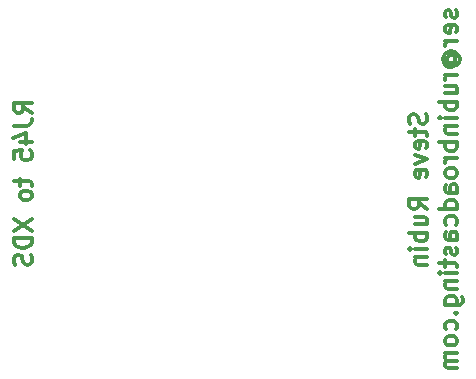
<source format=gbr>
%TF.GenerationSoftware,KiCad,Pcbnew,(5.1.10-1-10_14)*%
%TF.CreationDate,2021-06-16T22:39:50-07:00*%
%TF.ProjectId,XDS-Analog-to-StudioHub,5844532d-416e-4616-9c6f-672d746f2d53,rev?*%
%TF.SameCoordinates,Original*%
%TF.FileFunction,Legend,Bot*%
%TF.FilePolarity,Positive*%
%FSLAX46Y46*%
G04 Gerber Fmt 4.6, Leading zero omitted, Abs format (unit mm)*
G04 Created by KiCad (PCBNEW (5.1.10-1-10_14)) date 2021-06-16 22:39:50*
%MOMM*%
%LPD*%
G01*
G04 APERTURE LIST*
%ADD10C,0.300000*%
G04 APERTURE END LIST*
D10*
X129268382Y-89486908D02*
X129339811Y-89701194D01*
X129339811Y-90058337D01*
X129268382Y-90201194D01*
X129196954Y-90272622D01*
X129054097Y-90344051D01*
X128911240Y-90344051D01*
X128768382Y-90272622D01*
X128696954Y-90201194D01*
X128625525Y-90058337D01*
X128554097Y-89772622D01*
X128482668Y-89629765D01*
X128411240Y-89558337D01*
X128268382Y-89486908D01*
X128125525Y-89486908D01*
X127982668Y-89558337D01*
X127911240Y-89629765D01*
X127839811Y-89772622D01*
X127839811Y-90129765D01*
X127911240Y-90344051D01*
X128339811Y-90772622D02*
X128339811Y-91344051D01*
X127839811Y-90986908D02*
X129125525Y-90986908D01*
X129268382Y-91058337D01*
X129339811Y-91201194D01*
X129339811Y-91344051D01*
X129268382Y-92415480D02*
X129339811Y-92272622D01*
X129339811Y-91986908D01*
X129268382Y-91844051D01*
X129125525Y-91772622D01*
X128554097Y-91772622D01*
X128411240Y-91844051D01*
X128339811Y-91986908D01*
X128339811Y-92272622D01*
X128411240Y-92415480D01*
X128554097Y-92486908D01*
X128696954Y-92486908D01*
X128839811Y-91772622D01*
X128339811Y-92986908D02*
X129339811Y-93344051D01*
X128339811Y-93701194D01*
X129268382Y-94844051D02*
X129339811Y-94701194D01*
X129339811Y-94415480D01*
X129268382Y-94272622D01*
X129125525Y-94201194D01*
X128554097Y-94201194D01*
X128411240Y-94272622D01*
X128339811Y-94415480D01*
X128339811Y-94701194D01*
X128411240Y-94844051D01*
X128554097Y-94915480D01*
X128696954Y-94915480D01*
X128839811Y-94201194D01*
X129339811Y-97558337D02*
X128625525Y-97058337D01*
X129339811Y-96701194D02*
X127839811Y-96701194D01*
X127839811Y-97272622D01*
X127911240Y-97415480D01*
X127982668Y-97486908D01*
X128125525Y-97558337D01*
X128339811Y-97558337D01*
X128482668Y-97486908D01*
X128554097Y-97415480D01*
X128625525Y-97272622D01*
X128625525Y-96701194D01*
X128339811Y-98844051D02*
X129339811Y-98844051D01*
X128339811Y-98201194D02*
X129125525Y-98201194D01*
X129268382Y-98272622D01*
X129339811Y-98415480D01*
X129339811Y-98629765D01*
X129268382Y-98772622D01*
X129196954Y-98844051D01*
X129339811Y-99558337D02*
X127839811Y-99558337D01*
X128411240Y-99558337D02*
X128339811Y-99701194D01*
X128339811Y-99986908D01*
X128411240Y-100129765D01*
X128482668Y-100201194D01*
X128625525Y-100272622D01*
X129054097Y-100272622D01*
X129196954Y-100201194D01*
X129268382Y-100129765D01*
X129339811Y-99986908D01*
X129339811Y-99701194D01*
X129268382Y-99558337D01*
X129339811Y-100915480D02*
X128339811Y-100915480D01*
X127839811Y-100915480D02*
X127911240Y-100844051D01*
X127982668Y-100915480D01*
X127911240Y-100986908D01*
X127839811Y-100915480D01*
X127982668Y-100915480D01*
X128339811Y-101629765D02*
X129339811Y-101629765D01*
X128482668Y-101629765D02*
X128411240Y-101701194D01*
X128339811Y-101844051D01*
X128339811Y-102058337D01*
X128411240Y-102201194D01*
X128554097Y-102272622D01*
X129339811Y-102272622D01*
X131818382Y-80736908D02*
X131889811Y-80879765D01*
X131889811Y-81165480D01*
X131818382Y-81308337D01*
X131675525Y-81379765D01*
X131604097Y-81379765D01*
X131461240Y-81308337D01*
X131389811Y-81165480D01*
X131389811Y-80951194D01*
X131318382Y-80808337D01*
X131175525Y-80736908D01*
X131104097Y-80736908D01*
X130961240Y-80808337D01*
X130889811Y-80951194D01*
X130889811Y-81165480D01*
X130961240Y-81308337D01*
X131818382Y-82594051D02*
X131889811Y-82451194D01*
X131889811Y-82165480D01*
X131818382Y-82022622D01*
X131675525Y-81951194D01*
X131104097Y-81951194D01*
X130961240Y-82022622D01*
X130889811Y-82165480D01*
X130889811Y-82451194D01*
X130961240Y-82594051D01*
X131104097Y-82665480D01*
X131246954Y-82665480D01*
X131389811Y-81951194D01*
X131889811Y-83308337D02*
X130889811Y-83308337D01*
X131175525Y-83308337D02*
X131032668Y-83379765D01*
X130961240Y-83451194D01*
X130889811Y-83594051D01*
X130889811Y-83736908D01*
X131175525Y-85165480D02*
X131104097Y-85094051D01*
X131032668Y-84951194D01*
X131032668Y-84808337D01*
X131104097Y-84665480D01*
X131175525Y-84594051D01*
X131318382Y-84522622D01*
X131461240Y-84522622D01*
X131604097Y-84594051D01*
X131675525Y-84665480D01*
X131746954Y-84808337D01*
X131746954Y-84951194D01*
X131675525Y-85094051D01*
X131604097Y-85165480D01*
X131032668Y-85165480D02*
X131604097Y-85165480D01*
X131675525Y-85236908D01*
X131675525Y-85308337D01*
X131604097Y-85451194D01*
X131461240Y-85522622D01*
X131104097Y-85522622D01*
X130889811Y-85379765D01*
X130746954Y-85165480D01*
X130675525Y-84879765D01*
X130746954Y-84594051D01*
X130889811Y-84379765D01*
X131104097Y-84236908D01*
X131389811Y-84165480D01*
X131675525Y-84236908D01*
X131889811Y-84379765D01*
X132032668Y-84594051D01*
X132104097Y-84879765D01*
X132032668Y-85165480D01*
X131889811Y-85379765D01*
X131889811Y-86165480D02*
X130889811Y-86165480D01*
X131175525Y-86165480D02*
X131032668Y-86236908D01*
X130961240Y-86308337D01*
X130889811Y-86451194D01*
X130889811Y-86594051D01*
X130889811Y-87736908D02*
X131889811Y-87736908D01*
X130889811Y-87094051D02*
X131675525Y-87094051D01*
X131818382Y-87165480D01*
X131889811Y-87308337D01*
X131889811Y-87522622D01*
X131818382Y-87665480D01*
X131746954Y-87736908D01*
X131889811Y-88451194D02*
X130389811Y-88451194D01*
X130961240Y-88451194D02*
X130889811Y-88594051D01*
X130889811Y-88879765D01*
X130961240Y-89022622D01*
X131032668Y-89094051D01*
X131175525Y-89165480D01*
X131604097Y-89165480D01*
X131746954Y-89094051D01*
X131818382Y-89022622D01*
X131889811Y-88879765D01*
X131889811Y-88594051D01*
X131818382Y-88451194D01*
X131889811Y-89808337D02*
X130889811Y-89808337D01*
X130389811Y-89808337D02*
X130461240Y-89736908D01*
X130532668Y-89808337D01*
X130461240Y-89879765D01*
X130389811Y-89808337D01*
X130532668Y-89808337D01*
X130889811Y-90522622D02*
X131889811Y-90522622D01*
X131032668Y-90522622D02*
X130961240Y-90594051D01*
X130889811Y-90736908D01*
X130889811Y-90951194D01*
X130961240Y-91094051D01*
X131104097Y-91165480D01*
X131889811Y-91165480D01*
X131889811Y-91879765D02*
X130389811Y-91879765D01*
X130961240Y-91879765D02*
X130889811Y-92022622D01*
X130889811Y-92308337D01*
X130961240Y-92451194D01*
X131032668Y-92522622D01*
X131175525Y-92594051D01*
X131604097Y-92594051D01*
X131746954Y-92522622D01*
X131818382Y-92451194D01*
X131889811Y-92308337D01*
X131889811Y-92022622D01*
X131818382Y-91879765D01*
X131889811Y-93236908D02*
X130889811Y-93236908D01*
X131175525Y-93236908D02*
X131032668Y-93308337D01*
X130961240Y-93379765D01*
X130889811Y-93522622D01*
X130889811Y-93665480D01*
X131889811Y-94379765D02*
X131818382Y-94236908D01*
X131746954Y-94165480D01*
X131604097Y-94094051D01*
X131175525Y-94094051D01*
X131032668Y-94165480D01*
X130961240Y-94236908D01*
X130889811Y-94379765D01*
X130889811Y-94594051D01*
X130961240Y-94736908D01*
X131032668Y-94808337D01*
X131175525Y-94879765D01*
X131604097Y-94879765D01*
X131746954Y-94808337D01*
X131818382Y-94736908D01*
X131889811Y-94594051D01*
X131889811Y-94379765D01*
X131889811Y-96165480D02*
X131104097Y-96165480D01*
X130961240Y-96094051D01*
X130889811Y-95951194D01*
X130889811Y-95665480D01*
X130961240Y-95522622D01*
X131818382Y-96165480D02*
X131889811Y-96022622D01*
X131889811Y-95665480D01*
X131818382Y-95522622D01*
X131675525Y-95451194D01*
X131532668Y-95451194D01*
X131389811Y-95522622D01*
X131318382Y-95665480D01*
X131318382Y-96022622D01*
X131246954Y-96165480D01*
X131889811Y-97522622D02*
X130389811Y-97522622D01*
X131818382Y-97522622D02*
X131889811Y-97379765D01*
X131889811Y-97094051D01*
X131818382Y-96951194D01*
X131746954Y-96879765D01*
X131604097Y-96808337D01*
X131175525Y-96808337D01*
X131032668Y-96879765D01*
X130961240Y-96951194D01*
X130889811Y-97094051D01*
X130889811Y-97379765D01*
X130961240Y-97522622D01*
X131818382Y-98879765D02*
X131889811Y-98736908D01*
X131889811Y-98451194D01*
X131818382Y-98308337D01*
X131746954Y-98236908D01*
X131604097Y-98165480D01*
X131175525Y-98165480D01*
X131032668Y-98236908D01*
X130961240Y-98308337D01*
X130889811Y-98451194D01*
X130889811Y-98736908D01*
X130961240Y-98879765D01*
X131889811Y-100165480D02*
X131104097Y-100165480D01*
X130961240Y-100094051D01*
X130889811Y-99951194D01*
X130889811Y-99665480D01*
X130961240Y-99522622D01*
X131818382Y-100165480D02*
X131889811Y-100022622D01*
X131889811Y-99665480D01*
X131818382Y-99522622D01*
X131675525Y-99451194D01*
X131532668Y-99451194D01*
X131389811Y-99522622D01*
X131318382Y-99665480D01*
X131318382Y-100022622D01*
X131246954Y-100165480D01*
X131818382Y-100808337D02*
X131889811Y-100951194D01*
X131889811Y-101236908D01*
X131818382Y-101379765D01*
X131675525Y-101451194D01*
X131604097Y-101451194D01*
X131461240Y-101379765D01*
X131389811Y-101236908D01*
X131389811Y-101022622D01*
X131318382Y-100879765D01*
X131175525Y-100808337D01*
X131104097Y-100808337D01*
X130961240Y-100879765D01*
X130889811Y-101022622D01*
X130889811Y-101236908D01*
X130961240Y-101379765D01*
X130889811Y-101879765D02*
X130889811Y-102451194D01*
X130389811Y-102094051D02*
X131675525Y-102094051D01*
X131818382Y-102165480D01*
X131889811Y-102308337D01*
X131889811Y-102451194D01*
X131889811Y-102951194D02*
X130889811Y-102951194D01*
X130389811Y-102951194D02*
X130461240Y-102879765D01*
X130532668Y-102951194D01*
X130461240Y-103022622D01*
X130389811Y-102951194D01*
X130532668Y-102951194D01*
X130889811Y-103665480D02*
X131889811Y-103665480D01*
X131032668Y-103665480D02*
X130961240Y-103736908D01*
X130889811Y-103879765D01*
X130889811Y-104094051D01*
X130961240Y-104236908D01*
X131104097Y-104308337D01*
X131889811Y-104308337D01*
X130889811Y-105665480D02*
X132104097Y-105665480D01*
X132246954Y-105594051D01*
X132318382Y-105522622D01*
X132389811Y-105379765D01*
X132389811Y-105165480D01*
X132318382Y-105022622D01*
X131818382Y-105665480D02*
X131889811Y-105522622D01*
X131889811Y-105236908D01*
X131818382Y-105094051D01*
X131746954Y-105022622D01*
X131604097Y-104951194D01*
X131175525Y-104951194D01*
X131032668Y-105022622D01*
X130961240Y-105094051D01*
X130889811Y-105236908D01*
X130889811Y-105522622D01*
X130961240Y-105665480D01*
X131746954Y-106379765D02*
X131818382Y-106451194D01*
X131889811Y-106379765D01*
X131818382Y-106308337D01*
X131746954Y-106379765D01*
X131889811Y-106379765D01*
X131818382Y-107736908D02*
X131889811Y-107594051D01*
X131889811Y-107308337D01*
X131818382Y-107165480D01*
X131746954Y-107094051D01*
X131604097Y-107022622D01*
X131175525Y-107022622D01*
X131032668Y-107094051D01*
X130961240Y-107165480D01*
X130889811Y-107308337D01*
X130889811Y-107594051D01*
X130961240Y-107736908D01*
X131889811Y-108594051D02*
X131818382Y-108451194D01*
X131746954Y-108379765D01*
X131604097Y-108308337D01*
X131175525Y-108308337D01*
X131032668Y-108379765D01*
X130961240Y-108451194D01*
X130889811Y-108594051D01*
X130889811Y-108808337D01*
X130961240Y-108951194D01*
X131032668Y-109022622D01*
X131175525Y-109094051D01*
X131604097Y-109094051D01*
X131746954Y-109022622D01*
X131818382Y-108951194D01*
X131889811Y-108808337D01*
X131889811Y-108594051D01*
X131889811Y-109736908D02*
X130889811Y-109736908D01*
X131032668Y-109736908D02*
X130961240Y-109808337D01*
X130889811Y-109951194D01*
X130889811Y-110165480D01*
X130961240Y-110308337D01*
X131104097Y-110379765D01*
X131889811Y-110379765D01*
X131104097Y-110379765D02*
X130961240Y-110451194D01*
X130889811Y-110594051D01*
X130889811Y-110808337D01*
X130961240Y-110951194D01*
X131104097Y-111022622D01*
X131889811Y-111022622D01*
X95867611Y-89422874D02*
X95153325Y-88922874D01*
X95867611Y-88565731D02*
X94367611Y-88565731D01*
X94367611Y-89137160D01*
X94439040Y-89280017D01*
X94510468Y-89351445D01*
X94653325Y-89422874D01*
X94867611Y-89422874D01*
X95010468Y-89351445D01*
X95081897Y-89280017D01*
X95153325Y-89137160D01*
X95153325Y-88565731D01*
X94367611Y-90494302D02*
X95439040Y-90494302D01*
X95653325Y-90422874D01*
X95796182Y-90280017D01*
X95867611Y-90065731D01*
X95867611Y-89922874D01*
X94867611Y-91851445D02*
X95867611Y-91851445D01*
X94296182Y-91494302D02*
X95367611Y-91137160D01*
X95367611Y-92065731D01*
X94367611Y-93351445D02*
X94367611Y-92637160D01*
X95081897Y-92565731D01*
X95010468Y-92637160D01*
X94939040Y-92780017D01*
X94939040Y-93137160D01*
X95010468Y-93280017D01*
X95081897Y-93351445D01*
X95224754Y-93422874D01*
X95581897Y-93422874D01*
X95724754Y-93351445D01*
X95796182Y-93280017D01*
X95867611Y-93137160D01*
X95867611Y-92780017D01*
X95796182Y-92637160D01*
X95724754Y-92565731D01*
X94867611Y-94994302D02*
X94867611Y-95565731D01*
X94367611Y-95208588D02*
X95653325Y-95208588D01*
X95796182Y-95280017D01*
X95867611Y-95422874D01*
X95867611Y-95565731D01*
X95867611Y-96280017D02*
X95796182Y-96137160D01*
X95724754Y-96065731D01*
X95581897Y-95994302D01*
X95153325Y-95994302D01*
X95010468Y-96065731D01*
X94939040Y-96137160D01*
X94867611Y-96280017D01*
X94867611Y-96494302D01*
X94939040Y-96637160D01*
X95010468Y-96708588D01*
X95153325Y-96780017D01*
X95581897Y-96780017D01*
X95724754Y-96708588D01*
X95796182Y-96637160D01*
X95867611Y-96494302D01*
X95867611Y-96280017D01*
X94367611Y-98422874D02*
X95867611Y-99422874D01*
X94367611Y-99422874D02*
X95867611Y-98422874D01*
X95867611Y-99994302D02*
X94367611Y-99994302D01*
X94367611Y-100351445D01*
X94439040Y-100565731D01*
X94581897Y-100708588D01*
X94724754Y-100780017D01*
X95010468Y-100851445D01*
X95224754Y-100851445D01*
X95510468Y-100780017D01*
X95653325Y-100708588D01*
X95796182Y-100565731D01*
X95867611Y-100351445D01*
X95867611Y-99994302D01*
X95796182Y-101422874D02*
X95867611Y-101637160D01*
X95867611Y-101994302D01*
X95796182Y-102137160D01*
X95724754Y-102208588D01*
X95581897Y-102280017D01*
X95439040Y-102280017D01*
X95296182Y-102208588D01*
X95224754Y-102137160D01*
X95153325Y-101994302D01*
X95081897Y-101708588D01*
X95010468Y-101565731D01*
X94939040Y-101494302D01*
X94796182Y-101422874D01*
X94653325Y-101422874D01*
X94510468Y-101494302D01*
X94439040Y-101565731D01*
X94367611Y-101708588D01*
X94367611Y-102065731D01*
X94439040Y-102280017D01*
M02*

</source>
